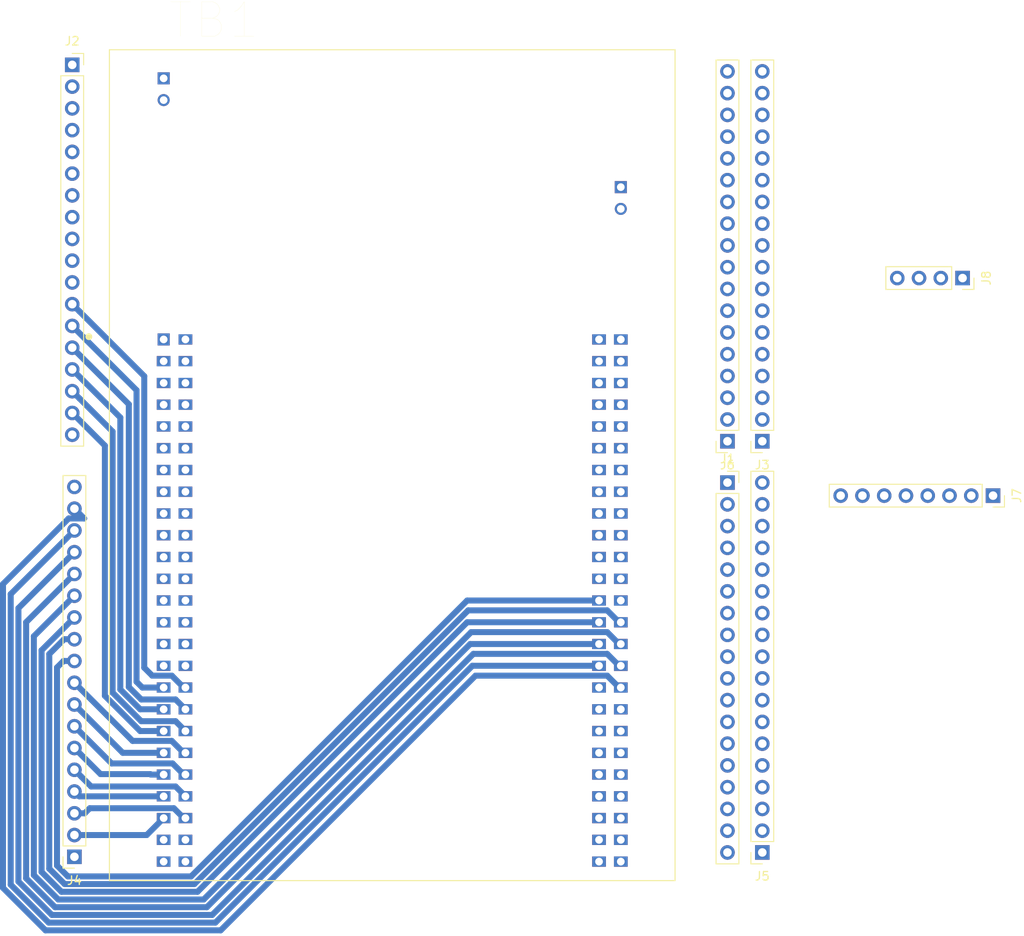
<source format=kicad_pcb>
(kicad_pcb (version 20171130) (host pcbnew "(5.1.2)-2")

  (general
    (thickness 1.6)
    (drawings 0)
    (tracks 117)
    (zones 0)
    (modules 9)
    (nets 97)
  )

  (page A4)
  (layers
    (0 F.Cu signal)
    (31 B.Cu signal)
    (32 B.Adhes user)
    (33 F.Adhes user)
    (34 B.Paste user)
    (35 F.Paste user)
    (36 B.SilkS user)
    (37 F.SilkS user)
    (38 B.Mask user)
    (39 F.Mask user)
    (40 Dwgs.User user)
    (41 Cmts.User user)
    (42 Eco1.User user)
    (43 Eco2.User user)
    (44 Edge.Cuts user)
    (45 Margin user)
    (46 B.CrtYd user)
    (47 F.CrtYd user)
    (48 B.Fab user)
    (49 F.Fab user)
  )

  (setup
    (last_trace_width 0.7)
    (user_trace_width 0.7)
    (trace_clearance 0.2)
    (zone_clearance 0.508)
    (zone_45_only no)
    (trace_min 0.2)
    (via_size 0.8)
    (via_drill 0.4)
    (via_min_size 0.4)
    (via_min_drill 0.3)
    (uvia_size 0.3)
    (uvia_drill 0.1)
    (uvias_allowed no)
    (uvia_min_size 0.2)
    (uvia_min_drill 0.1)
    (edge_width 0.05)
    (segment_width 0.2)
    (pcb_text_width 0.3)
    (pcb_text_size 1.5 1.5)
    (mod_edge_width 0.12)
    (mod_text_size 1 1)
    (mod_text_width 0.15)
    (pad_size 1.6 1.2)
    (pad_drill 0.9)
    (pad_to_mask_clearance 0.051)
    (solder_mask_min_width 0.25)
    (aux_axis_origin 0 0)
    (visible_elements FFFFEF7F)
    (pcbplotparams
      (layerselection 0x010fc_ffffffff)
      (usegerberextensions false)
      (usegerberattributes false)
      (usegerberadvancedattributes false)
      (creategerberjobfile false)
      (excludeedgelayer true)
      (linewidth 0.100000)
      (plotframeref false)
      (viasonmask false)
      (mode 1)
      (useauxorigin false)
      (hpglpennumber 1)
      (hpglpenspeed 20)
      (hpglpendiameter 15.000000)
      (psnegative false)
      (psa4output false)
      (plotreference true)
      (plotvalue true)
      (plotinvisibletext false)
      (padsonsilk false)
      (subtractmaskfromsilk false)
      (outputformat 1)
      (mirror false)
      (drillshape 1)
      (scaleselection 1)
      (outputdirectory ""))
  )

  (net 0 "")
  (net 1 GND)
  (net 2 /SCL)
  (net 3 /SDA)
  (net 4 /INT)
  (net 5 "Net-(J1-Pad14)")
  (net 6 "Net-(J1-Pad13)")
  (net 7 "Net-(J1-Pad12)")
  (net 8 "Net-(J1-Pad11)")
  (net 9 "Net-(J1-Pad10)")
  (net 10 "Net-(J1-Pad9)")
  (net 11 "Net-(J1-Pad8)")
  (net 12 "Net-(J1-Pad7)")
  (net 13 "Net-(J1-Pad6)")
  (net 14 "Net-(J1-Pad5)")
  (net 15 "Net-(J1-Pad4)")
  (net 16 "Net-(J1-Pad3)")
  (net 17 "Net-(J1-Pad2)")
  (net 18 +5V)
  (net 19 "Net-(J2-Pad2)")
  (net 20 "Net-(J2-Pad3)")
  (net 21 "Net-(J2-Pad4)")
  (net 22 "Net-(J2-Pad5)")
  (net 23 "Net-(J2-Pad6)")
  (net 24 "Net-(J2-Pad7)")
  (net 25 "Net-(J2-Pad8)")
  (net 26 "Net-(J2-Pad9)")
  (net 27 "Net-(J2-Pad10)")
  (net 28 "Net-(J2-Pad11)")
  (net 29 "Net-(J2-Pad12)")
  (net 30 "Net-(J2-Pad13)")
  (net 31 "Net-(J2-Pad14)")
  (net 32 "Net-(J2-Pad15)")
  (net 33 "Net-(J2-Pad16)")
  (net 34 "Net-(J2-Pad17)")
  (net 35 "Net-(J3-Pad17)")
  (net 36 "Net-(J3-Pad16)")
  (net 37 "Net-(J3-Pad15)")
  (net 38 "Net-(J3-Pad14)")
  (net 39 "Net-(J3-Pad13)")
  (net 40 "Net-(J3-Pad12)")
  (net 41 "Net-(J3-Pad11)")
  (net 42 "Net-(J3-Pad10)")
  (net 43 "Net-(J3-Pad9)")
  (net 44 "Net-(J3-Pad8)")
  (net 45 "Net-(J3-Pad7)")
  (net 46 "Net-(J3-Pad6)")
  (net 47 "Net-(J3-Pad5)")
  (net 48 "Net-(J3-Pad4)")
  (net 49 "Net-(J3-Pad3)")
  (net 50 "Net-(J3-Pad2)")
  (net 51 "Net-(J4-Pad2)")
  (net 52 "Net-(J4-Pad3)")
  (net 53 "Net-(J4-Pad4)")
  (net 54 "Net-(J4-Pad5)")
  (net 55 "Net-(J4-Pad6)")
  (net 56 "Net-(J4-Pad7)")
  (net 57 "Net-(J4-Pad8)")
  (net 58 "Net-(J4-Pad9)")
  (net 59 "Net-(J4-Pad10)")
  (net 60 "Net-(J4-Pad11)")
  (net 61 "Net-(J4-Pad12)")
  (net 62 "Net-(J4-Pad13)")
  (net 63 "Net-(J4-Pad14)")
  (net 64 "Net-(J4-Pad15)")
  (net 65 "Net-(J4-Pad16)")
  (net 66 "Net-(J4-Pad17)")
  (net 67 +3V3)
  (net 68 "Net-(J5-Pad8)")
  (net 69 "Net-(J5-Pad7)")
  (net 70 "Net-(J5-Pad6)")
  (net 71 "Net-(J5-Pad5)")
  (net 72 "Net-(J5-Pad4)")
  (net 73 "Net-(J5-Pad3)")
  (net 74 "Net-(J5-Pad2)")
  (net 75 "Net-(J6-Pad2)")
  (net 76 "Net-(J6-Pad3)")
  (net 77 "Net-(J6-Pad4)")
  (net 78 "Net-(J6-Pad5)")
  (net 79 "Net-(J6-Pad6)")
  (net 80 "Net-(J6-Pad7)")
  (net 81 "Net-(J6-Pad8)")
  (net 82 "Net-(J6-Pad9)")
  (net 83 "Net-(J6-Pad10)")
  (net 84 "Net-(J6-Pad11)")
  (net 85 "Net-(J6-Pad12)")
  (net 86 "Net-(J6-Pad13)")
  (net 87 "Net-(J6-Pad14)")
  (net 88 "Net-(J6-Pad15)")
  (net 89 "Net-(J6-Pad16)")
  (net 90 "Net-(J6-Pad17)")
  (net 91 "Net-(J7-Pad5)")
  (net 92 "Net-(J7-Pad6)")
  (net 93 "Net-(J7-Pad7)")
  (net 94 "Net-(TB1-Pad4)")
  (net 95 "Net-(TB1-Pad69)")
  (net 96 "Net-(TB1-Pad70)")

  (net_class Default "This is the default net class."
    (clearance 0.2)
    (trace_width 0.25)
    (via_dia 0.8)
    (via_drill 0.4)
    (uvia_dia 0.3)
    (uvia_drill 0.1)
    (add_net +3V3)
    (add_net +5V)
    (add_net /INT)
    (add_net /SCL)
    (add_net /SDA)
    (add_net GND)
    (add_net "Net-(J1-Pad10)")
    (add_net "Net-(J1-Pad11)")
    (add_net "Net-(J1-Pad12)")
    (add_net "Net-(J1-Pad13)")
    (add_net "Net-(J1-Pad14)")
    (add_net "Net-(J1-Pad2)")
    (add_net "Net-(J1-Pad3)")
    (add_net "Net-(J1-Pad4)")
    (add_net "Net-(J1-Pad5)")
    (add_net "Net-(J1-Pad6)")
    (add_net "Net-(J1-Pad7)")
    (add_net "Net-(J1-Pad8)")
    (add_net "Net-(J1-Pad9)")
    (add_net "Net-(J2-Pad10)")
    (add_net "Net-(J2-Pad11)")
    (add_net "Net-(J2-Pad12)")
    (add_net "Net-(J2-Pad13)")
    (add_net "Net-(J2-Pad14)")
    (add_net "Net-(J2-Pad15)")
    (add_net "Net-(J2-Pad16)")
    (add_net "Net-(J2-Pad17)")
    (add_net "Net-(J2-Pad2)")
    (add_net "Net-(J2-Pad3)")
    (add_net "Net-(J2-Pad4)")
    (add_net "Net-(J2-Pad5)")
    (add_net "Net-(J2-Pad6)")
    (add_net "Net-(J2-Pad7)")
    (add_net "Net-(J2-Pad8)")
    (add_net "Net-(J2-Pad9)")
    (add_net "Net-(J3-Pad10)")
    (add_net "Net-(J3-Pad11)")
    (add_net "Net-(J3-Pad12)")
    (add_net "Net-(J3-Pad13)")
    (add_net "Net-(J3-Pad14)")
    (add_net "Net-(J3-Pad15)")
    (add_net "Net-(J3-Pad16)")
    (add_net "Net-(J3-Pad17)")
    (add_net "Net-(J3-Pad2)")
    (add_net "Net-(J3-Pad3)")
    (add_net "Net-(J3-Pad4)")
    (add_net "Net-(J3-Pad5)")
    (add_net "Net-(J3-Pad6)")
    (add_net "Net-(J3-Pad7)")
    (add_net "Net-(J3-Pad8)")
    (add_net "Net-(J3-Pad9)")
    (add_net "Net-(J4-Pad10)")
    (add_net "Net-(J4-Pad11)")
    (add_net "Net-(J4-Pad12)")
    (add_net "Net-(J4-Pad13)")
    (add_net "Net-(J4-Pad14)")
    (add_net "Net-(J4-Pad15)")
    (add_net "Net-(J4-Pad16)")
    (add_net "Net-(J4-Pad17)")
    (add_net "Net-(J4-Pad2)")
    (add_net "Net-(J4-Pad3)")
    (add_net "Net-(J4-Pad4)")
    (add_net "Net-(J4-Pad5)")
    (add_net "Net-(J4-Pad6)")
    (add_net "Net-(J4-Pad7)")
    (add_net "Net-(J4-Pad8)")
    (add_net "Net-(J4-Pad9)")
    (add_net "Net-(J5-Pad2)")
    (add_net "Net-(J5-Pad3)")
    (add_net "Net-(J5-Pad4)")
    (add_net "Net-(J5-Pad5)")
    (add_net "Net-(J5-Pad6)")
    (add_net "Net-(J5-Pad7)")
    (add_net "Net-(J5-Pad8)")
    (add_net "Net-(J6-Pad10)")
    (add_net "Net-(J6-Pad11)")
    (add_net "Net-(J6-Pad12)")
    (add_net "Net-(J6-Pad13)")
    (add_net "Net-(J6-Pad14)")
    (add_net "Net-(J6-Pad15)")
    (add_net "Net-(J6-Pad16)")
    (add_net "Net-(J6-Pad17)")
    (add_net "Net-(J6-Pad2)")
    (add_net "Net-(J6-Pad3)")
    (add_net "Net-(J6-Pad4)")
    (add_net "Net-(J6-Pad5)")
    (add_net "Net-(J6-Pad6)")
    (add_net "Net-(J6-Pad7)")
    (add_net "Net-(J6-Pad8)")
    (add_net "Net-(J6-Pad9)")
    (add_net "Net-(J7-Pad5)")
    (add_net "Net-(J7-Pad6)")
    (add_net "Net-(J7-Pad7)")
    (add_net "Net-(TB1-Pad4)")
    (add_net "Net-(TB1-Pad69)")
    (add_net "Net-(TB1-Pad70)")
  )

  (module Connector_PinSocket_2.54mm:PinSocket_1x18_P2.54mm_Vertical (layer F.Cu) (tedit 5A19A434) (tstamp 5E538BB1)
    (at 128.016 111.252)
    (descr "Through hole straight socket strip, 1x18, 2.54mm pitch, single row (from Kicad 4.0.7), script generated")
    (tags "Through hole socket strip THT 1x18 2.54mm single row")
    (path /5E5952CB)
    (fp_text reference J1 (at 0 -2.77) (layer F.SilkS)
      (effects (font (size 1 1) (thickness 0.15)))
    )
    (fp_text value PA (at 0 45.95) (layer F.Fab)
      (effects (font (size 1 1) (thickness 0.15)))
    )
    (fp_text user %R (at 0 21.59 90) (layer F.Fab)
      (effects (font (size 1 1) (thickness 0.15)))
    )
    (fp_line (start -1.8 44.95) (end -1.8 -1.8) (layer F.CrtYd) (width 0.05))
    (fp_line (start 1.75 44.95) (end -1.8 44.95) (layer F.CrtYd) (width 0.05))
    (fp_line (start 1.75 -1.8) (end 1.75 44.95) (layer F.CrtYd) (width 0.05))
    (fp_line (start -1.8 -1.8) (end 1.75 -1.8) (layer F.CrtYd) (width 0.05))
    (fp_line (start 0 -1.33) (end 1.33 -1.33) (layer F.SilkS) (width 0.12))
    (fp_line (start 1.33 -1.33) (end 1.33 0) (layer F.SilkS) (width 0.12))
    (fp_line (start 1.33 1.27) (end 1.33 44.51) (layer F.SilkS) (width 0.12))
    (fp_line (start -1.33 44.51) (end 1.33 44.51) (layer F.SilkS) (width 0.12))
    (fp_line (start -1.33 1.27) (end -1.33 44.51) (layer F.SilkS) (width 0.12))
    (fp_line (start -1.33 1.27) (end 1.33 1.27) (layer F.SilkS) (width 0.12))
    (fp_line (start -1.27 44.45) (end -1.27 -1.27) (layer F.Fab) (width 0.1))
    (fp_line (start 1.27 44.45) (end -1.27 44.45) (layer F.Fab) (width 0.1))
    (fp_line (start 1.27 -0.635) (end 1.27 44.45) (layer F.Fab) (width 0.1))
    (fp_line (start 0.635 -1.27) (end 1.27 -0.635) (layer F.Fab) (width 0.1))
    (fp_line (start -1.27 -1.27) (end 0.635 -1.27) (layer F.Fab) (width 0.1))
    (pad 18 thru_hole oval (at 0 43.18) (size 1.7 1.7) (drill 1) (layers *.Cu *.Mask)
      (net 1 GND))
    (pad 17 thru_hole oval (at 0 40.64) (size 1.7 1.7) (drill 1) (layers *.Cu *.Mask)
      (net 2 /SCL))
    (pad 16 thru_hole oval (at 0 38.1) (size 1.7 1.7) (drill 1) (layers *.Cu *.Mask)
      (net 3 /SDA))
    (pad 15 thru_hole oval (at 0 35.56) (size 1.7 1.7) (drill 1) (layers *.Cu *.Mask)
      (net 4 /INT))
    (pad 14 thru_hole oval (at 0 33.02) (size 1.7 1.7) (drill 1) (layers *.Cu *.Mask)
      (net 5 "Net-(J1-Pad14)"))
    (pad 13 thru_hole oval (at 0 30.48) (size 1.7 1.7) (drill 1) (layers *.Cu *.Mask)
      (net 6 "Net-(J1-Pad13)"))
    (pad 12 thru_hole oval (at 0 27.94) (size 1.7 1.7) (drill 1) (layers *.Cu *.Mask)
      (net 7 "Net-(J1-Pad12)"))
    (pad 11 thru_hole oval (at 0 25.4) (size 1.7 1.7) (drill 1) (layers *.Cu *.Mask)
      (net 8 "Net-(J1-Pad11)"))
    (pad 10 thru_hole oval (at 0 22.86) (size 1.7 1.7) (drill 1) (layers *.Cu *.Mask)
      (net 9 "Net-(J1-Pad10)"))
    (pad 9 thru_hole oval (at 0 20.32) (size 1.7 1.7) (drill 1) (layers *.Cu *.Mask)
      (net 10 "Net-(J1-Pad9)"))
    (pad 8 thru_hole oval (at 0 17.78) (size 1.7 1.7) (drill 1) (layers *.Cu *.Mask)
      (net 11 "Net-(J1-Pad8)"))
    (pad 7 thru_hole oval (at 0 15.24) (size 1.7 1.7) (drill 1) (layers *.Cu *.Mask)
      (net 12 "Net-(J1-Pad7)"))
    (pad 6 thru_hole oval (at 0 12.7) (size 1.7 1.7) (drill 1) (layers *.Cu *.Mask)
      (net 13 "Net-(J1-Pad6)"))
    (pad 5 thru_hole oval (at 0 10.16) (size 1.7 1.7) (drill 1) (layers *.Cu *.Mask)
      (net 14 "Net-(J1-Pad5)"))
    (pad 4 thru_hole oval (at 0 7.62) (size 1.7 1.7) (drill 1) (layers *.Cu *.Mask)
      (net 15 "Net-(J1-Pad4)"))
    (pad 3 thru_hole oval (at 0 5.08) (size 1.7 1.7) (drill 1) (layers *.Cu *.Mask)
      (net 16 "Net-(J1-Pad3)"))
    (pad 2 thru_hole oval (at 0 2.54) (size 1.7 1.7) (drill 1) (layers *.Cu *.Mask)
      (net 17 "Net-(J1-Pad2)"))
    (pad 1 thru_hole rect (at 0 0) (size 1.7 1.7) (drill 1) (layers *.Cu *.Mask)
      (net 18 +5V))
    (model ${KISYS3DMOD}/Connector_PinSocket_2.54mm.3dshapes/PinSocket_1x18_P2.54mm_Vertical.wrl
      (at (xyz 0 0 0))
      (scale (xyz 1 1 1))
      (rotate (xyz 0 0 0))
    )
  )

  (module Connector_PinSocket_2.54mm:PinSocket_1x18_P2.54mm_Vertical (layer F.Cu) (tedit 5A19A434) (tstamp 5E538BD7)
    (at 51.562 62.484)
    (descr "Through hole straight socket strip, 1x18, 2.54mm pitch, single row (from Kicad 4.0.7), script generated")
    (tags "Through hole socket strip THT 1x18 2.54mm single row")
    (path /5E57B7A8)
    (fp_text reference J2 (at 0 -2.77) (layer F.SilkS)
      (effects (font (size 1 1) (thickness 0.15)))
    )
    (fp_text value PB (at 0 45.95) (layer F.Fab)
      (effects (font (size 1 1) (thickness 0.15)))
    )
    (fp_line (start -1.27 -1.27) (end 0.635 -1.27) (layer F.Fab) (width 0.1))
    (fp_line (start 0.635 -1.27) (end 1.27 -0.635) (layer F.Fab) (width 0.1))
    (fp_line (start 1.27 -0.635) (end 1.27 44.45) (layer F.Fab) (width 0.1))
    (fp_line (start 1.27 44.45) (end -1.27 44.45) (layer F.Fab) (width 0.1))
    (fp_line (start -1.27 44.45) (end -1.27 -1.27) (layer F.Fab) (width 0.1))
    (fp_line (start -1.33 1.27) (end 1.33 1.27) (layer F.SilkS) (width 0.12))
    (fp_line (start -1.33 1.27) (end -1.33 44.51) (layer F.SilkS) (width 0.12))
    (fp_line (start -1.33 44.51) (end 1.33 44.51) (layer F.SilkS) (width 0.12))
    (fp_line (start 1.33 1.27) (end 1.33 44.51) (layer F.SilkS) (width 0.12))
    (fp_line (start 1.33 -1.33) (end 1.33 0) (layer F.SilkS) (width 0.12))
    (fp_line (start 0 -1.33) (end 1.33 -1.33) (layer F.SilkS) (width 0.12))
    (fp_line (start -1.8 -1.8) (end 1.75 -1.8) (layer F.CrtYd) (width 0.05))
    (fp_line (start 1.75 -1.8) (end 1.75 44.95) (layer F.CrtYd) (width 0.05))
    (fp_line (start 1.75 44.95) (end -1.8 44.95) (layer F.CrtYd) (width 0.05))
    (fp_line (start -1.8 44.95) (end -1.8 -1.8) (layer F.CrtYd) (width 0.05))
    (fp_text user %R (at 4.572 6.858 90) (layer F.Fab)
      (effects (font (size 1 1) (thickness 0.15)))
    )
    (pad 1 thru_hole rect (at 0 0) (size 1.7 1.7) (drill 1) (layers *.Cu *.Mask)
      (net 18 +5V))
    (pad 2 thru_hole oval (at 0 2.54) (size 1.7 1.7) (drill 1) (layers *.Cu *.Mask)
      (net 19 "Net-(J2-Pad2)"))
    (pad 3 thru_hole oval (at 0 5.08) (size 1.7 1.7) (drill 1) (layers *.Cu *.Mask)
      (net 20 "Net-(J2-Pad3)"))
    (pad 4 thru_hole oval (at 0 7.62) (size 1.7 1.7) (drill 1) (layers *.Cu *.Mask)
      (net 21 "Net-(J2-Pad4)"))
    (pad 5 thru_hole oval (at 0 10.16) (size 1.7 1.7) (drill 1) (layers *.Cu *.Mask)
      (net 22 "Net-(J2-Pad5)"))
    (pad 6 thru_hole oval (at 0 12.7) (size 1.7 1.7) (drill 1) (layers *.Cu *.Mask)
      (net 23 "Net-(J2-Pad6)"))
    (pad 7 thru_hole oval (at 0 15.24) (size 1.7 1.7) (drill 1) (layers *.Cu *.Mask)
      (net 24 "Net-(J2-Pad7)"))
    (pad 8 thru_hole oval (at 0 17.78) (size 1.7 1.7) (drill 1) (layers *.Cu *.Mask)
      (net 25 "Net-(J2-Pad8)"))
    (pad 9 thru_hole oval (at 0 20.32) (size 1.7 1.7) (drill 1) (layers *.Cu *.Mask)
      (net 26 "Net-(J2-Pad9)"))
    (pad 10 thru_hole oval (at 0 22.86) (size 1.7 1.7) (drill 1) (layers *.Cu *.Mask)
      (net 27 "Net-(J2-Pad10)"))
    (pad 11 thru_hole oval (at 0 25.4) (size 1.7 1.7) (drill 1) (layers *.Cu *.Mask)
      (net 28 "Net-(J2-Pad11)"))
    (pad 12 thru_hole oval (at 0 27.94) (size 1.7 1.7) (drill 1) (layers *.Cu *.Mask)
      (net 29 "Net-(J2-Pad12)"))
    (pad 13 thru_hole oval (at 0 30.48) (size 1.7 1.7) (drill 1) (layers *.Cu *.Mask)
      (net 30 "Net-(J2-Pad13)"))
    (pad 14 thru_hole oval (at 0 33.02) (size 1.7 1.7) (drill 1) (layers *.Cu *.Mask)
      (net 31 "Net-(J2-Pad14)"))
    (pad 15 thru_hole oval (at 0 35.56) (size 1.7 1.7) (drill 1) (layers *.Cu *.Mask)
      (net 32 "Net-(J2-Pad15)"))
    (pad 16 thru_hole oval (at 0 38.1) (size 1.7 1.7) (drill 1) (layers *.Cu *.Mask)
      (net 33 "Net-(J2-Pad16)"))
    (pad 17 thru_hole oval (at 0 40.64) (size 1.7 1.7) (drill 1) (layers *.Cu *.Mask)
      (net 34 "Net-(J2-Pad17)"))
    (pad 18 thru_hole oval (at 0 43.18) (size 1.7 1.7) (drill 1) (layers *.Cu *.Mask)
      (net 1 GND))
    (model ${KISYS3DMOD}/Connector_PinSocket_2.54mm.3dshapes/PinSocket_1x18_P2.54mm_Vertical.wrl
      (at (xyz 0 0 0))
      (scale (xyz 1 1 1))
      (rotate (xyz 0 0 0))
    )
  )

  (module Connector_PinSocket_2.54mm:PinSocket_1x18_P2.54mm_Vertical (layer F.Cu) (tedit 5A19A434) (tstamp 5E538BFD)
    (at 132.08 106.426 180)
    (descr "Through hole straight socket strip, 1x18, 2.54mm pitch, single row (from Kicad 4.0.7), script generated")
    (tags "Through hole socket strip THT 1x18 2.54mm single row")
    (path /5E568324)
    (fp_text reference J3 (at 0 -2.77) (layer F.SilkS)
      (effects (font (size 1 1) (thickness 0.15)))
    )
    (fp_text value PC (at 0 45.95) (layer F.Fab)
      (effects (font (size 1 1) (thickness 0.15)))
    )
    (fp_text user %R (at 0 21.59 90) (layer F.Fab)
      (effects (font (size 1 1) (thickness 0.15)))
    )
    (fp_line (start -1.8 44.95) (end -1.8 -1.8) (layer F.CrtYd) (width 0.05))
    (fp_line (start 1.75 44.95) (end -1.8 44.95) (layer F.CrtYd) (width 0.05))
    (fp_line (start 1.75 -1.8) (end 1.75 44.95) (layer F.CrtYd) (width 0.05))
    (fp_line (start -1.8 -1.8) (end 1.75 -1.8) (layer F.CrtYd) (width 0.05))
    (fp_line (start 0 -1.33) (end 1.33 -1.33) (layer F.SilkS) (width 0.12))
    (fp_line (start 1.33 -1.33) (end 1.33 0) (layer F.SilkS) (width 0.12))
    (fp_line (start 1.33 1.27) (end 1.33 44.51) (layer F.SilkS) (width 0.12))
    (fp_line (start -1.33 44.51) (end 1.33 44.51) (layer F.SilkS) (width 0.12))
    (fp_line (start -1.33 1.27) (end -1.33 44.51) (layer F.SilkS) (width 0.12))
    (fp_line (start -1.33 1.27) (end 1.33 1.27) (layer F.SilkS) (width 0.12))
    (fp_line (start -1.27 44.45) (end -1.27 -1.27) (layer F.Fab) (width 0.1))
    (fp_line (start 1.27 44.45) (end -1.27 44.45) (layer F.Fab) (width 0.1))
    (fp_line (start 1.27 -0.635) (end 1.27 44.45) (layer F.Fab) (width 0.1))
    (fp_line (start 0.635 -1.27) (end 1.27 -0.635) (layer F.Fab) (width 0.1))
    (fp_line (start -1.27 -1.27) (end 0.635 -1.27) (layer F.Fab) (width 0.1))
    (pad 18 thru_hole oval (at 0 43.18 180) (size 1.7 1.7) (drill 1) (layers *.Cu *.Mask)
      (net 18 +5V))
    (pad 17 thru_hole oval (at 0 40.64 180) (size 1.7 1.7) (drill 1) (layers *.Cu *.Mask)
      (net 35 "Net-(J3-Pad17)"))
    (pad 16 thru_hole oval (at 0 38.1 180) (size 1.7 1.7) (drill 1) (layers *.Cu *.Mask)
      (net 36 "Net-(J3-Pad16)"))
    (pad 15 thru_hole oval (at 0 35.56 180) (size 1.7 1.7) (drill 1) (layers *.Cu *.Mask)
      (net 37 "Net-(J3-Pad15)"))
    (pad 14 thru_hole oval (at 0 33.02 180) (size 1.7 1.7) (drill 1) (layers *.Cu *.Mask)
      (net 38 "Net-(J3-Pad14)"))
    (pad 13 thru_hole oval (at 0 30.48 180) (size 1.7 1.7) (drill 1) (layers *.Cu *.Mask)
      (net 39 "Net-(J3-Pad13)"))
    (pad 12 thru_hole oval (at 0 27.94 180) (size 1.7 1.7) (drill 1) (layers *.Cu *.Mask)
      (net 40 "Net-(J3-Pad12)"))
    (pad 11 thru_hole oval (at 0 25.4 180) (size 1.7 1.7) (drill 1) (layers *.Cu *.Mask)
      (net 41 "Net-(J3-Pad11)"))
    (pad 10 thru_hole oval (at 0 22.86 180) (size 1.7 1.7) (drill 1) (layers *.Cu *.Mask)
      (net 42 "Net-(J3-Pad10)"))
    (pad 9 thru_hole oval (at 0 20.32 180) (size 1.7 1.7) (drill 1) (layers *.Cu *.Mask)
      (net 43 "Net-(J3-Pad9)"))
    (pad 8 thru_hole oval (at 0 17.78 180) (size 1.7 1.7) (drill 1) (layers *.Cu *.Mask)
      (net 44 "Net-(J3-Pad8)"))
    (pad 7 thru_hole oval (at 0 15.24 180) (size 1.7 1.7) (drill 1) (layers *.Cu *.Mask)
      (net 45 "Net-(J3-Pad7)"))
    (pad 6 thru_hole oval (at 0 12.7 180) (size 1.7 1.7) (drill 1) (layers *.Cu *.Mask)
      (net 46 "Net-(J3-Pad6)"))
    (pad 5 thru_hole oval (at 0 10.16 180) (size 1.7 1.7) (drill 1) (layers *.Cu *.Mask)
      (net 47 "Net-(J3-Pad5)"))
    (pad 4 thru_hole oval (at 0 7.62 180) (size 1.7 1.7) (drill 1) (layers *.Cu *.Mask)
      (net 48 "Net-(J3-Pad4)"))
    (pad 3 thru_hole oval (at 0 5.08 180) (size 1.7 1.7) (drill 1) (layers *.Cu *.Mask)
      (net 49 "Net-(J3-Pad3)"))
    (pad 2 thru_hole oval (at 0 2.54 180) (size 1.7 1.7) (drill 1) (layers *.Cu *.Mask)
      (net 50 "Net-(J3-Pad2)"))
    (pad 1 thru_hole rect (at 0 0 180) (size 1.7 1.7) (drill 1) (layers *.Cu *.Mask)
      (net 1 GND))
    (model ${KISYS3DMOD}/Connector_PinSocket_2.54mm.3dshapes/PinSocket_1x18_P2.54mm_Vertical.wrl
      (at (xyz 0 0 0))
      (scale (xyz 1 1 1))
      (rotate (xyz 0 0 0))
    )
  )

  (module Connector_PinSocket_2.54mm:PinSocket_1x18_P2.54mm_Vertical (layer F.Cu) (tedit 5A19A434) (tstamp 5E538C23)
    (at 51.816 154.94 180)
    (descr "Through hole straight socket strip, 1x18, 2.54mm pitch, single row (from Kicad 4.0.7), script generated")
    (tags "Through hole socket strip THT 1x18 2.54mm single row")
    (path /5E5BAE38)
    (fp_text reference J4 (at 0 -2.77) (layer F.SilkS)
      (effects (font (size 1 1) (thickness 0.15)))
    )
    (fp_text value PD (at 0 45.95) (layer F.Fab)
      (effects (font (size 1 1) (thickness 0.15)))
    )
    (fp_line (start -1.27 -1.27) (end 0.635 -1.27) (layer F.Fab) (width 0.1))
    (fp_line (start 0.635 -1.27) (end 1.27 -0.635) (layer F.Fab) (width 0.1))
    (fp_line (start 1.27 -0.635) (end 1.27 44.45) (layer F.Fab) (width 0.1))
    (fp_line (start 1.27 44.45) (end -1.27 44.45) (layer F.Fab) (width 0.1))
    (fp_line (start -1.27 44.45) (end -1.27 -1.27) (layer F.Fab) (width 0.1))
    (fp_line (start -1.33 1.27) (end 1.33 1.27) (layer F.SilkS) (width 0.12))
    (fp_line (start -1.33 1.27) (end -1.33 44.51) (layer F.SilkS) (width 0.12))
    (fp_line (start -1.33 44.51) (end 1.33 44.51) (layer F.SilkS) (width 0.12))
    (fp_line (start 1.33 1.27) (end 1.33 44.51) (layer F.SilkS) (width 0.12))
    (fp_line (start 1.33 -1.33) (end 1.33 0) (layer F.SilkS) (width 0.12))
    (fp_line (start 0 -1.33) (end 1.33 -1.33) (layer F.SilkS) (width 0.12))
    (fp_line (start -1.8 -1.8) (end 1.75 -1.8) (layer F.CrtYd) (width 0.05))
    (fp_line (start 1.75 -1.8) (end 1.75 44.95) (layer F.CrtYd) (width 0.05))
    (fp_line (start 1.75 44.95) (end -1.8 44.95) (layer F.CrtYd) (width 0.05))
    (fp_line (start -1.8 44.95) (end -1.8 -1.8) (layer F.CrtYd) (width 0.05))
    (fp_text user %R (at 0 21.59 90) (layer F.Fab)
      (effects (font (size 1 1) (thickness 0.15)))
    )
    (pad 1 thru_hole rect (at 0 0 180) (size 1.7 1.7) (drill 1) (layers *.Cu *.Mask)
      (net 1 GND))
    (pad 2 thru_hole oval (at 0 2.54 180) (size 1.7 1.7) (drill 1) (layers *.Cu *.Mask)
      (net 51 "Net-(J4-Pad2)"))
    (pad 3 thru_hole oval (at 0 5.08 180) (size 1.7 1.7) (drill 1) (layers *.Cu *.Mask)
      (net 52 "Net-(J4-Pad3)"))
    (pad 4 thru_hole oval (at 0 7.62 180) (size 1.7 1.7) (drill 1) (layers *.Cu *.Mask)
      (net 53 "Net-(J4-Pad4)"))
    (pad 5 thru_hole oval (at 0 10.16 180) (size 1.7 1.7) (drill 1) (layers *.Cu *.Mask)
      (net 54 "Net-(J4-Pad5)"))
    (pad 6 thru_hole oval (at 0 12.7 180) (size 1.7 1.7) (drill 1) (layers *.Cu *.Mask)
      (net 55 "Net-(J4-Pad6)"))
    (pad 7 thru_hole oval (at 0 15.24 180) (size 1.7 1.7) (drill 1) (layers *.Cu *.Mask)
      (net 56 "Net-(J4-Pad7)"))
    (pad 8 thru_hole oval (at 0 17.78 180) (size 1.7 1.7) (drill 1) (layers *.Cu *.Mask)
      (net 57 "Net-(J4-Pad8)"))
    (pad 9 thru_hole oval (at 0 20.32 180) (size 1.7 1.7) (drill 1) (layers *.Cu *.Mask)
      (net 58 "Net-(J4-Pad9)"))
    (pad 10 thru_hole oval (at 0 22.86 180) (size 1.7 1.7) (drill 1) (layers *.Cu *.Mask)
      (net 59 "Net-(J4-Pad10)"))
    (pad 11 thru_hole oval (at 0 25.4 180) (size 1.7 1.7) (drill 1) (layers *.Cu *.Mask)
      (net 60 "Net-(J4-Pad11)"))
    (pad 12 thru_hole oval (at 0 27.94 180) (size 1.7 1.7) (drill 1) (layers *.Cu *.Mask)
      (net 61 "Net-(J4-Pad12)"))
    (pad 13 thru_hole oval (at 0 30.48 180) (size 1.7 1.7) (drill 1) (layers *.Cu *.Mask)
      (net 62 "Net-(J4-Pad13)"))
    (pad 14 thru_hole oval (at 0 33.02 180) (size 1.7 1.7) (drill 1) (layers *.Cu *.Mask)
      (net 63 "Net-(J4-Pad14)"))
    (pad 15 thru_hole oval (at 0 35.56 180) (size 1.7 1.7) (drill 1) (layers *.Cu *.Mask)
      (net 64 "Net-(J4-Pad15)"))
    (pad 16 thru_hole oval (at 0 38.1 180) (size 1.7 1.7) (drill 1) (layers *.Cu *.Mask)
      (net 65 "Net-(J4-Pad16)"))
    (pad 17 thru_hole oval (at 0 40.64 180) (size 1.7 1.7) (drill 1) (layers *.Cu *.Mask)
      (net 66 "Net-(J4-Pad17)"))
    (pad 18 thru_hole oval (at 0 43.18 180) (size 1.7 1.7) (drill 1) (layers *.Cu *.Mask)
      (net 67 +3V3))
    (model ${KISYS3DMOD}/Connector_PinSocket_2.54mm.3dshapes/PinSocket_1x18_P2.54mm_Vertical.wrl
      (at (xyz 0 0 0))
      (scale (xyz 1 1 1))
      (rotate (xyz 0 0 0))
    )
  )

  (module Connector_PinSocket_2.54mm:PinSocket_1x18_P2.54mm_Vertical (layer F.Cu) (tedit 5A19A434) (tstamp 5E538C49)
    (at 132.08 154.432 180)
    (descr "Through hole straight socket strip, 1x18, 2.54mm pitch, single row (from Kicad 4.0.7), script generated")
    (tags "Through hole socket strip THT 1x18 2.54mm single row")
    (path /5E5ED3B4)
    (fp_text reference J5 (at 0 -2.77) (layer F.SilkS)
      (effects (font (size 1 1) (thickness 0.15)))
    )
    (fp_text value PF (at 0 45.95) (layer F.Fab)
      (effects (font (size 1 1) (thickness 0.15)))
    )
    (fp_text user %R (at 0 21.59 90) (layer F.Fab)
      (effects (font (size 1 1) (thickness 0.15)))
    )
    (fp_line (start -1.8 44.95) (end -1.8 -1.8) (layer F.CrtYd) (width 0.05))
    (fp_line (start 1.75 44.95) (end -1.8 44.95) (layer F.CrtYd) (width 0.05))
    (fp_line (start 1.75 -1.8) (end 1.75 44.95) (layer F.CrtYd) (width 0.05))
    (fp_line (start -1.8 -1.8) (end 1.75 -1.8) (layer F.CrtYd) (width 0.05))
    (fp_line (start 0 -1.33) (end 1.33 -1.33) (layer F.SilkS) (width 0.12))
    (fp_line (start 1.33 -1.33) (end 1.33 0) (layer F.SilkS) (width 0.12))
    (fp_line (start 1.33 1.27) (end 1.33 44.51) (layer F.SilkS) (width 0.12))
    (fp_line (start -1.33 44.51) (end 1.33 44.51) (layer F.SilkS) (width 0.12))
    (fp_line (start -1.33 1.27) (end -1.33 44.51) (layer F.SilkS) (width 0.12))
    (fp_line (start -1.33 1.27) (end 1.33 1.27) (layer F.SilkS) (width 0.12))
    (fp_line (start -1.27 44.45) (end -1.27 -1.27) (layer F.Fab) (width 0.1))
    (fp_line (start 1.27 44.45) (end -1.27 44.45) (layer F.Fab) (width 0.1))
    (fp_line (start 1.27 -0.635) (end 1.27 44.45) (layer F.Fab) (width 0.1))
    (fp_line (start 0.635 -1.27) (end 1.27 -0.635) (layer F.Fab) (width 0.1))
    (fp_line (start -1.27 -1.27) (end 0.635 -1.27) (layer F.Fab) (width 0.1))
    (pad 18 thru_hole oval (at 0 43.18 180) (size 1.7 1.7) (drill 1) (layers *.Cu *.Mask))
    (pad 17 thru_hole oval (at 0 40.64 180) (size 1.7 1.7) (drill 1) (layers *.Cu *.Mask))
    (pad 16 thru_hole oval (at 0 38.1 180) (size 1.7 1.7) (drill 1) (layers *.Cu *.Mask))
    (pad 15 thru_hole oval (at 0 35.56 180) (size 1.7 1.7) (drill 1) (layers *.Cu *.Mask))
    (pad 14 thru_hole oval (at 0 33.02 180) (size 1.7 1.7) (drill 1) (layers *.Cu *.Mask))
    (pad 13 thru_hole oval (at 0 30.48 180) (size 1.7 1.7) (drill 1) (layers *.Cu *.Mask))
    (pad 12 thru_hole oval (at 0 27.94 180) (size 1.7 1.7) (drill 1) (layers *.Cu *.Mask))
    (pad 11 thru_hole oval (at 0 25.4 180) (size 1.7 1.7) (drill 1) (layers *.Cu *.Mask))
    (pad 10 thru_hole oval (at 0 22.86 180) (size 1.7 1.7) (drill 1) (layers *.Cu *.Mask))
    (pad 9 thru_hole oval (at 0 20.32 180) (size 1.7 1.7) (drill 1) (layers *.Cu *.Mask))
    (pad 8 thru_hole oval (at 0 17.78 180) (size 1.7 1.7) (drill 1) (layers *.Cu *.Mask)
      (net 68 "Net-(J5-Pad8)"))
    (pad 7 thru_hole oval (at 0 15.24 180) (size 1.7 1.7) (drill 1) (layers *.Cu *.Mask)
      (net 69 "Net-(J5-Pad7)"))
    (pad 6 thru_hole oval (at 0 12.7 180) (size 1.7 1.7) (drill 1) (layers *.Cu *.Mask)
      (net 70 "Net-(J5-Pad6)"))
    (pad 5 thru_hole oval (at 0 10.16 180) (size 1.7 1.7) (drill 1) (layers *.Cu *.Mask)
      (net 71 "Net-(J5-Pad5)"))
    (pad 4 thru_hole oval (at 0 7.62 180) (size 1.7 1.7) (drill 1) (layers *.Cu *.Mask)
      (net 72 "Net-(J5-Pad4)"))
    (pad 3 thru_hole oval (at 0 5.08 180) (size 1.7 1.7) (drill 1) (layers *.Cu *.Mask)
      (net 73 "Net-(J5-Pad3)"))
    (pad 2 thru_hole oval (at 0 2.54 180) (size 1.7 1.7) (drill 1) (layers *.Cu *.Mask)
      (net 74 "Net-(J5-Pad2)"))
    (pad 1 thru_hole rect (at 0 0 180) (size 1.7 1.7) (drill 1) (layers *.Cu *.Mask)
      (net 1 GND))
    (model ${KISYS3DMOD}/Connector_PinSocket_2.54mm.3dshapes/PinSocket_1x18_P2.54mm_Vertical.wrl
      (at (xyz 0 0 0))
      (scale (xyz 1 1 1))
      (rotate (xyz 0 0 0))
    )
  )

  (module Connector_PinSocket_2.54mm:PinSocket_1x18_P2.54mm_Vertical (layer F.Cu) (tedit 5A19A434) (tstamp 5E539BEC)
    (at 128.016 106.426 180)
    (descr "Through hole straight socket strip, 1x18, 2.54mm pitch, single row (from Kicad 4.0.7), script generated")
    (tags "Through hole socket strip THT 1x18 2.54mm single row")
    (path /5E55D9E3)
    (fp_text reference J6 (at 0 -2.77) (layer F.SilkS)
      (effects (font (size 1 1) (thickness 0.15)))
    )
    (fp_text value "PE " (at 0 45.95) (layer F.Fab)
      (effects (font (size 1 1) (thickness 0.15)))
    )
    (fp_line (start -1.27 -1.27) (end 0.635 -1.27) (layer F.Fab) (width 0.1))
    (fp_line (start 0.635 -1.27) (end 1.27 -0.635) (layer F.Fab) (width 0.1))
    (fp_line (start 1.27 -0.635) (end 1.27 44.45) (layer F.Fab) (width 0.1))
    (fp_line (start 1.27 44.45) (end -1.27 44.45) (layer F.Fab) (width 0.1))
    (fp_line (start -1.27 44.45) (end -1.27 -1.27) (layer F.Fab) (width 0.1))
    (fp_line (start -1.33 1.27) (end 1.33 1.27) (layer F.SilkS) (width 0.12))
    (fp_line (start -1.33 1.27) (end -1.33 44.51) (layer F.SilkS) (width 0.12))
    (fp_line (start -1.33 44.51) (end 1.33 44.51) (layer F.SilkS) (width 0.12))
    (fp_line (start 1.33 1.27) (end 1.33 44.51) (layer F.SilkS) (width 0.12))
    (fp_line (start 1.33 -1.33) (end 1.33 0) (layer F.SilkS) (width 0.12))
    (fp_line (start 0 -1.33) (end 1.33 -1.33) (layer F.SilkS) (width 0.12))
    (fp_line (start -1.8 -1.8) (end 1.75 -1.8) (layer F.CrtYd) (width 0.05))
    (fp_line (start 1.75 -1.8) (end 1.75 44.95) (layer F.CrtYd) (width 0.05))
    (fp_line (start 1.75 44.95) (end -1.8 44.95) (layer F.CrtYd) (width 0.05))
    (fp_line (start -1.8 44.95) (end -1.8 -1.8) (layer F.CrtYd) (width 0.05))
    (fp_text user %R (at 0 21.59 90) (layer F.Fab)
      (effects (font (size 1 1) (thickness 0.15)))
    )
    (pad 1 thru_hole rect (at 0 0 180) (size 1.7 1.7) (drill 1) (layers *.Cu *.Mask)
      (net 1 GND))
    (pad 2 thru_hole oval (at 0 2.54 180) (size 1.7 1.7) (drill 1) (layers *.Cu *.Mask)
      (net 75 "Net-(J6-Pad2)"))
    (pad 3 thru_hole oval (at 0 5.08 180) (size 1.7 1.7) (drill 1) (layers *.Cu *.Mask)
      (net 76 "Net-(J6-Pad3)"))
    (pad 4 thru_hole oval (at 0 7.62 180) (size 1.7 1.7) (drill 1) (layers *.Cu *.Mask)
      (net 77 "Net-(J6-Pad4)"))
    (pad 5 thru_hole oval (at 0 10.16 180) (size 1.7 1.7) (drill 1) (layers *.Cu *.Mask)
      (net 78 "Net-(J6-Pad5)"))
    (pad 6 thru_hole oval (at 0 12.7 180) (size 1.7 1.7) (drill 1) (layers *.Cu *.Mask)
      (net 79 "Net-(J6-Pad6)"))
    (pad 7 thru_hole oval (at 0 15.24 180) (size 1.7 1.7) (drill 1) (layers *.Cu *.Mask)
      (net 80 "Net-(J6-Pad7)"))
    (pad 8 thru_hole oval (at 0 17.78 180) (size 1.7 1.7) (drill 1) (layers *.Cu *.Mask)
      (net 81 "Net-(J6-Pad8)"))
    (pad 9 thru_hole oval (at 0 20.32 180) (size 1.7 1.7) (drill 1) (layers *.Cu *.Mask)
      (net 82 "Net-(J6-Pad9)"))
    (pad 10 thru_hole oval (at 0 22.86 180) (size 1.7 1.7) (drill 1) (layers *.Cu *.Mask)
      (net 83 "Net-(J6-Pad10)"))
    (pad 11 thru_hole oval (at 0 25.4 180) (size 1.7 1.7) (drill 1) (layers *.Cu *.Mask)
      (net 84 "Net-(J6-Pad11)"))
    (pad 12 thru_hole oval (at 0 27.94 180) (size 1.7 1.7) (drill 1) (layers *.Cu *.Mask)
      (net 85 "Net-(J6-Pad12)"))
    (pad 13 thru_hole oval (at 0 30.48 180) (size 1.7 1.7) (drill 1) (layers *.Cu *.Mask)
      (net 86 "Net-(J6-Pad13)"))
    (pad 14 thru_hole oval (at 0 33.02 180) (size 1.7 1.7) (drill 1) (layers *.Cu *.Mask)
      (net 87 "Net-(J6-Pad14)"))
    (pad 15 thru_hole oval (at 0 35.56 180) (size 1.7 1.7) (drill 1) (layers *.Cu *.Mask)
      (net 88 "Net-(J6-Pad15)"))
    (pad 16 thru_hole oval (at 0 38.1 180) (size 1.7 1.7) (drill 1) (layers *.Cu *.Mask)
      (net 89 "Net-(J6-Pad16)"))
    (pad 17 thru_hole oval (at 0 40.64 180) (size 1.7 1.7) (drill 1) (layers *.Cu *.Mask)
      (net 90 "Net-(J6-Pad17)"))
    (pad 18 thru_hole oval (at 0 43.18 180) (size 1.7 1.7) (drill 1) (layers *.Cu *.Mask)
      (net 18 +5V))
    (model ${KISYS3DMOD}/Connector_PinSocket_2.54mm.3dshapes/PinSocket_1x18_P2.54mm_Vertical.wrl
      (at (xyz 0 0 0))
      (scale (xyz 1 1 1))
      (rotate (xyz 0 0 0))
    )
  )

  (module Connector_PinSocket_2.54mm:PinSocket_1x08_P2.54mm_Vertical (layer F.Cu) (tedit 5A19A420) (tstamp 5E538C8B)
    (at 159.004 112.776 270)
    (descr "Through hole straight socket strip, 1x08, 2.54mm pitch, single row (from Kicad 4.0.7), script generated")
    (tags "Through hole socket strip THT 1x08 2.54mm single row")
    (path /5E614D69)
    (fp_text reference J7 (at 0 -2.77 90) (layer F.SilkS)
      (effects (font (size 1 1) (thickness 0.15)))
    )
    (fp_text value MPU6050 (at 0 20.55 90) (layer F.Fab)
      (effects (font (size 1 1) (thickness 0.15)))
    )
    (fp_line (start -1.27 -1.27) (end 0.635 -1.27) (layer F.Fab) (width 0.1))
    (fp_line (start 0.635 -1.27) (end 1.27 -0.635) (layer F.Fab) (width 0.1))
    (fp_line (start 1.27 -0.635) (end 1.27 19.05) (layer F.Fab) (width 0.1))
    (fp_line (start 1.27 19.05) (end -1.27 19.05) (layer F.Fab) (width 0.1))
    (fp_line (start -1.27 19.05) (end -1.27 -1.27) (layer F.Fab) (width 0.1))
    (fp_line (start -1.33 1.27) (end 1.33 1.27) (layer F.SilkS) (width 0.12))
    (fp_line (start -1.33 1.27) (end -1.33 19.11) (layer F.SilkS) (width 0.12))
    (fp_line (start -1.33 19.11) (end 1.33 19.11) (layer F.SilkS) (width 0.12))
    (fp_line (start 1.33 1.27) (end 1.33 19.11) (layer F.SilkS) (width 0.12))
    (fp_line (start 1.33 -1.33) (end 1.33 0) (layer F.SilkS) (width 0.12))
    (fp_line (start 0 -1.33) (end 1.33 -1.33) (layer F.SilkS) (width 0.12))
    (fp_line (start -1.8 -1.8) (end 1.75 -1.8) (layer F.CrtYd) (width 0.05))
    (fp_line (start 1.75 -1.8) (end 1.75 19.55) (layer F.CrtYd) (width 0.05))
    (fp_line (start 1.75 19.55) (end -1.8 19.55) (layer F.CrtYd) (width 0.05))
    (fp_line (start -1.8 19.55) (end -1.8 -1.8) (layer F.CrtYd) (width 0.05))
    (fp_text user %R (at 0 8.89) (layer F.Fab)
      (effects (font (size 1 1) (thickness 0.15)))
    )
    (pad 1 thru_hole rect (at 0 0 270) (size 1.7 1.7) (drill 1) (layers *.Cu *.Mask)
      (net 18 +5V))
    (pad 2 thru_hole oval (at 0 2.54 270) (size 1.7 1.7) (drill 1) (layers *.Cu *.Mask)
      (net 1 GND))
    (pad 3 thru_hole oval (at 0 5.08 270) (size 1.7 1.7) (drill 1) (layers *.Cu *.Mask)
      (net 2 /SCL))
    (pad 4 thru_hole oval (at 0 7.62 270) (size 1.7 1.7) (drill 1) (layers *.Cu *.Mask)
      (net 3 /SDA))
    (pad 5 thru_hole oval (at 0 10.16 270) (size 1.7 1.7) (drill 1) (layers *.Cu *.Mask)
      (net 91 "Net-(J7-Pad5)"))
    (pad 6 thru_hole oval (at 0 12.7 270) (size 1.7 1.7) (drill 1) (layers *.Cu *.Mask)
      (net 92 "Net-(J7-Pad6)"))
    (pad 7 thru_hole oval (at 0 15.24 270) (size 1.7 1.7) (drill 1) (layers *.Cu *.Mask)
      (net 93 "Net-(J7-Pad7)"))
    (pad 8 thru_hole oval (at 0 17.78 270) (size 1.7 1.7) (drill 1) (layers *.Cu *.Mask)
      (net 4 /INT))
    (model ${KISYS3DMOD}/Connector_PinSocket_2.54mm.3dshapes/PinSocket_1x08_P2.54mm_Vertical.wrl
      (at (xyz 0 0 0))
      (scale (xyz 1 1 1))
      (rotate (xyz 0 0 0))
    )
  )

  (module Connector_PinSocket_2.54mm:PinSocket_1x04_P2.54mm_Vertical (layer F.Cu) (tedit 5A19A429) (tstamp 5E538CA3)
    (at 155.448 87.376 270)
    (descr "Through hole straight socket strip, 1x04, 2.54mm pitch, single row (from Kicad 4.0.7), script generated")
    (tags "Through hole socket strip THT 1x04 2.54mm single row")
    (path /5E642C60)
    (fp_text reference J8 (at 0 -2.77 90) (layer F.SilkS)
      (effects (font (size 1 1) (thickness 0.15)))
    )
    (fp_text value OLED (at 0 10.39 90) (layer F.Fab)
      (effects (font (size 1 1) (thickness 0.15)))
    )
    (fp_line (start -1.27 -1.27) (end 0.635 -1.27) (layer F.Fab) (width 0.1))
    (fp_line (start 0.635 -1.27) (end 1.27 -0.635) (layer F.Fab) (width 0.1))
    (fp_line (start 1.27 -0.635) (end 1.27 8.89) (layer F.Fab) (width 0.1))
    (fp_line (start 1.27 8.89) (end -1.27 8.89) (layer F.Fab) (width 0.1))
    (fp_line (start -1.27 8.89) (end -1.27 -1.27) (layer F.Fab) (width 0.1))
    (fp_line (start -1.33 1.27) (end 1.33 1.27) (layer F.SilkS) (width 0.12))
    (fp_line (start -1.33 1.27) (end -1.33 8.95) (layer F.SilkS) (width 0.12))
    (fp_line (start -1.33 8.95) (end 1.33 8.95) (layer F.SilkS) (width 0.12))
    (fp_line (start 1.33 1.27) (end 1.33 8.95) (layer F.SilkS) (width 0.12))
    (fp_line (start 1.33 -1.33) (end 1.33 0) (layer F.SilkS) (width 0.12))
    (fp_line (start 0 -1.33) (end 1.33 -1.33) (layer F.SilkS) (width 0.12))
    (fp_line (start -1.8 -1.8) (end 1.75 -1.8) (layer F.CrtYd) (width 0.05))
    (fp_line (start 1.75 -1.8) (end 1.75 9.4) (layer F.CrtYd) (width 0.05))
    (fp_line (start 1.75 9.4) (end -1.8 9.4) (layer F.CrtYd) (width 0.05))
    (fp_line (start -1.8 9.4) (end -1.8 -1.8) (layer F.CrtYd) (width 0.05))
    (fp_text user %R (at 0 3.81) (layer F.Fab)
      (effects (font (size 1 1) (thickness 0.15)))
    )
    (pad 1 thru_hole rect (at 0 0 270) (size 1.7 1.7) (drill 1) (layers *.Cu *.Mask)
      (net 3 /SDA))
    (pad 2 thru_hole oval (at 0 2.54 270) (size 1.7 1.7) (drill 1) (layers *.Cu *.Mask)
      (net 2 /SCL))
    (pad 3 thru_hole oval (at 0 5.08 270) (size 1.7 1.7) (drill 1) (layers *.Cu *.Mask)
      (net 18 +5V))
    (pad 4 thru_hole oval (at 0 7.62 270) (size 1.7 1.7) (drill 1) (layers *.Cu *.Mask)
      (net 1 GND))
    (model ${KISYS3DMOD}/Connector_PinSocket_2.54mm.3dshapes/PinSocket_1x04_P2.54mm_Vertical.wrl
      (at (xyz 0 0 0))
      (scale (xyz 1 1 1))
      (rotate (xyz 0 0 0))
    )
  )

  (module STM32F3DISCOVERY:SHIELD_STM32F3DISCOVERY (layer F.Cu) (tedit 5E533499) (tstamp 5E538D1D)
    (at 88.9 109.22)
    (path /5E50223B)
    (fp_text reference TB1 (at -20.8 -51.94) (layer F.SilkS)
      (effects (font (size 4 4) (thickness 0.015)))
    )
    (fp_text value STM32F3DISCOVERY (at 2.032 52.578) (layer F.Fab)
      (effects (font (size 4 4) (thickness 0.015)))
    )
    (fp_line (start -33 48.5) (end -33 -48.5) (layer F.Fab) (width 0.127))
    (fp_line (start -33 -48.5) (end 33 -48.5) (layer F.Fab) (width 0.127))
    (fp_line (start 33 -48.5) (end 33 48.5) (layer F.Fab) (width 0.127))
    (fp_line (start 33 48.5) (end -33 48.5) (layer F.Fab) (width 0.127))
    (fp_circle (center -35.4 -15) (end -35.2 -15) (layer F.SilkS) (width 0.4))
    (fp_circle (center -35.4 -15) (end -35.2 -15) (layer F.Fab) (width 0.4))
    (fp_line (start -33.25 48.75) (end -33.25 -48.75) (layer F.CrtYd) (width 0.05))
    (fp_line (start -33.25 -48.75) (end 33.25 -48.75) (layer F.CrtYd) (width 0.05))
    (fp_line (start 33.25 -48.75) (end 33.25 48.75) (layer F.CrtYd) (width 0.05))
    (fp_line (start 33.25 48.75) (end -33.25 48.75) (layer F.CrtYd) (width 0.05))
    (fp_line (start -33 48.5) (end -33 -48.5) (layer F.SilkS) (width 0.127))
    (fp_line (start -33 -48.5) (end 33 -48.5) (layer F.SilkS) (width 0.127))
    (fp_line (start 33 -48.5) (end 33 48.5) (layer F.SilkS) (width 0.127))
    (fp_line (start 33 48.5) (end -33 48.5) (layer F.SilkS) (width 0.127))
    (pad 1 thru_hole rect (at -26.67 -14.68) (size 1.408 1.408) (drill 0.9) (layers *.Cu *.Mask)
      (net 67 +3V3))
    (pad 2 thru_hole rect (at -24.13 -14.68) (size 1.6 1.2) (drill 0.9) (layers *.Cu *.Mask)
      (net 67 +3V3))
    (pad 3 thru_hole rect (at -26.67 -12.14) (size 1.6 1.2) (drill 0.9) (layers *.Cu *.Mask)
      (net 1 GND))
    (pad 4 thru_hole rect (at -24.13 -12.14) (size 1.6 1.2) (drill 0.9) (layers *.Cu *.Mask)
      (net 94 "Net-(TB1-Pad4)"))
    (pad 5 thru_hole rect (at -26.67 -9.6) (size 1.6 1.2) (drill 0.9) (layers *.Cu *.Mask)
      (net 49 "Net-(J3-Pad3)"))
    (pad 6 thru_hole rect (at -24.13 -9.6) (size 1.6 1.2) (drill 0.9) (layers *.Cu *.Mask)
      (net 50 "Net-(J3-Pad2)"))
    (pad 7 thru_hole rect (at -26.67 -7.06) (size 1.6 1.2) (drill 0.9) (layers *.Cu *.Mask)
      (net 47 "Net-(J3-Pad5)"))
    (pad 8 thru_hole rect (at -24.13 -7.06) (size 1.6 1.2) (drill 0.9) (layers *.Cu *.Mask)
      (net 48 "Net-(J3-Pad4)"))
    (pad 9 thru_hole rect (at -26.67 -4.52) (size 1.6 1.2) (drill 0.9) (layers *.Cu *.Mask)
      (net 16 "Net-(J1-Pad3)"))
    (pad 10 thru_hole rect (at -24.13 -4.52) (size 1.6 1.2) (drill 0.9) (layers *.Cu *.Mask)
      (net 70 "Net-(J5-Pad6)"))
    (pad 11 thru_hole rect (at -26.67 -1.98) (size 1.6 1.2) (drill 0.9) (layers *.Cu *.Mask)
      (net 14 "Net-(J1-Pad5)"))
    (pad 12 thru_hole rect (at -24.13 -1.98) (size 1.6 1.2) (drill 0.9) (layers *.Cu *.Mask)
      (net 17 "Net-(J1-Pad2)"))
    (pad 13 thru_hole rect (at -26.67 0.56) (size 1.6 1.2) (drill 0.9) (layers *.Cu *.Mask)
      (net 71 "Net-(J5-Pad5)"))
    (pad 14 thru_hole rect (at -24.13 0.56) (size 1.6 1.2) (drill 0.9) (layers *.Cu *.Mask)
      (net 15 "Net-(J1-Pad4)"))
    (pad 15 thru_hole rect (at -26.67 3.1) (size 1.6 1.2) (drill 0.9) (layers *.Cu *.Mask)
      (net 12 "Net-(J1-Pad7)"))
    (pad 16 thru_hole rect (at -24.13 3.1) (size 1.6 1.2) (drill 0.9) (layers *.Cu *.Mask)
      (net 13 "Net-(J1-Pad6)"))
    (pad 17 thru_hole rect (at -26.67 5.64) (size 1.6 1.2) (drill 0.9) (layers *.Cu *.Mask)
      (net 10 "Net-(J1-Pad9)"))
    (pad 18 thru_hole rect (at -24.13 5.64) (size 1.6 1.2) (drill 0.9) (layers *.Cu *.Mask)
      (net 11 "Net-(J1-Pad8)"))
    (pad 19 thru_hole rect (at -26.67 8.18) (size 1.6 1.2) (drill 0.9) (layers *.Cu *.Mask)
      (net 45 "Net-(J3-Pad7)"))
    (pad 20 thru_hole rect (at -24.13 8.18) (size 1.6 1.2) (drill 0.9) (layers *.Cu *.Mask)
      (net 46 "Net-(J3-Pad6)"))
    (pad 21 thru_hole rect (at -26.67 10.72) (size 1.6 1.2) (drill 0.9) (layers *.Cu *.Mask)
      (net 20 "Net-(J2-Pad3)"))
    (pad 22 thru_hole rect (at -24.13 10.72) (size 1.6 1.2) (drill 0.9) (layers *.Cu *.Mask)
      (net 19 "Net-(J2-Pad2)"))
    (pad 23 thru_hole rect (at -26.67 13.26) (size 1.6 1.2) (drill 0.9) (layers *.Cu *.Mask)
      (net 83 "Net-(J6-Pad10)"))
    (pad 24 thru_hole rect (at -24.13 13.26) (size 1.6 1.2) (drill 0.9) (layers *.Cu *.Mask)
      (net 21 "Net-(J2-Pad4)"))
    (pad 25 thru_hole rect (at -26.67 15.8) (size 1.6 1.2) (drill 0.9) (layers *.Cu *.Mask)
      (net 81 "Net-(J6-Pad8)"))
    (pad 26 thru_hole rect (at -24.13 15.8) (size 1.6 1.2) (drill 0.9) (layers *.Cu *.Mask)
      (net 82 "Net-(J6-Pad9)"))
    (pad 27 thru_hole rect (at -26.67 18.34) (size 1.6 1.2) (drill 0.9) (layers *.Cu *.Mask)
      (net 79 "Net-(J6-Pad6)"))
    (pad 28 thru_hole rect (at -24.13 18.34) (size 1.6 1.2) (drill 0.9) (layers *.Cu *.Mask)
      (net 80 "Net-(J6-Pad7)"))
    (pad 29 thru_hole rect (at -26.67 20.88) (size 1.6 1.2) (drill 0.9) (layers *.Cu *.Mask)
      (net 77 "Net-(J6-Pad4)"))
    (pad 30 thru_hole rect (at -24.13 20.88) (size 1.6 1.2) (drill 0.9) (layers *.Cu *.Mask)
      (net 78 "Net-(J6-Pad5)"))
    (pad 31 thru_hole rect (at -26.67 23.42) (size 1.6 1.2) (drill 0.9) (layers *.Cu *.Mask)
      (net 75 "Net-(J6-Pad2)"))
    (pad 32 thru_hole rect (at -24.13 23.42) (size 1.6 1.2) (drill 0.9) (layers *.Cu *.Mask)
      (net 76 "Net-(J6-Pad3)"))
    (pad 33 thru_hole rect (at -26.67 25.96) (size 1.6 1.2) (drill 0.9) (layers *.Cu *.Mask)
      (net 30 "Net-(J2-Pad13)"))
    (pad 34 thru_hole rect (at -24.13 25.96) (size 1.6 1.2) (drill 0.9) (layers *.Cu *.Mask)
      (net 29 "Net-(J2-Pad12)"))
    (pad 35 thru_hole rect (at -26.67 28.5) (size 1.6 1.2) (drill 0.9) (layers *.Cu *.Mask)
      (net 32 "Net-(J2-Pad15)"))
    (pad 36 thru_hole rect (at -24.13 28.5) (size 1.6 1.2) (drill 0.9) (layers *.Cu *.Mask)
      (net 31 "Net-(J2-Pad14)"))
    (pad 37 thru_hole rect (at -26.67 31.04) (size 1.6 1.2) (drill 0.9) (layers *.Cu *.Mask)
      (net 34 "Net-(J2-Pad17)"))
    (pad 38 thru_hole rect (at -24.13 31.04) (size 1.6 1.2) (drill 0.9) (layers *.Cu *.Mask)
      (net 33 "Net-(J2-Pad16)"))
    (pad 39 thru_hole rect (at -26.67 33.58) (size 1.6 1.2) (drill 0.9) (layers *.Cu *.Mask)
      (net 57 "Net-(J4-Pad8)"))
    (pad 40 thru_hole rect (at -24.13 33.58) (size 1.6 1.2) (drill 0.9) (layers *.Cu *.Mask)
      (net 58 "Net-(J4-Pad9)"))
    (pad 41 thru_hole rect (at -26.67 36.12) (size 1.6 1.2) (drill 0.9) (layers *.Cu *.Mask)
      (net 55 "Net-(J4-Pad6)"))
    (pad 42 thru_hole rect (at -24.13 36.12) (size 1.6 1.2) (drill 0.9) (layers *.Cu *.Mask)
      (net 56 "Net-(J4-Pad7)"))
    (pad 43 thru_hole rect (at -26.67 38.66) (size 1.6 1.2) (drill 0.9) (layers *.Cu *.Mask)
      (net 53 "Net-(J4-Pad4)"))
    (pad 44 thru_hole rect (at -24.13 38.66) (size 1.6 1.2) (drill 0.9) (layers *.Cu *.Mask)
      (net 54 "Net-(J4-Pad5)"))
    (pad 45 thru_hole rect (at -26.67 41.2) (size 1.6 1.2) (drill 0.9) (layers *.Cu *.Mask)
      (net 51 "Net-(J4-Pad2)"))
    (pad 46 thru_hole rect (at -24.13 41.2) (size 1.6 1.2) (drill 0.9) (layers *.Cu *.Mask)
      (net 52 "Net-(J4-Pad3)"))
    (pad 47 thru_hole rect (at -26.67 43.74) (size 1.6 1.2) (drill 0.9) (layers *.Cu *.Mask)
      (net 44 "Net-(J3-Pad8)"))
    (pad 48 thru_hole rect (at -24.13 43.74) (size 1.6 1.2) (drill 0.9) (layers *.Cu *.Mask)
      (net 43 "Net-(J3-Pad9)"))
    (pad 49 thru_hole rect (at -26.67 46.28) (size 1.6 1.2) (drill 0.9) (layers *.Cu *.Mask)
      (net 1 GND))
    (pad 50 thru_hole rect (at -24.13 46.28) (size 1.6 1.2) (drill 0.9) (layers *.Cu *.Mask)
      (net 1 GND))
    (pad 51 thru_hole rect (at 24.13 -14.68) (size 1.6 1.2) (drill 0.9) (layers *.Cu *.Mask)
      (net 18 +5V))
    (pad 52 thru_hole rect (at 26.67 -14.68) (size 1.6 1.2) (drill 0.9) (layers *.Cu *.Mask)
      (net 18 +5V))
    (pad 53 thru_hole rect (at 24.13 -12.14) (size 1.6 1.2) (drill 0.9) (layers *.Cu *.Mask)
      (net 73 "Net-(J5-Pad3)"))
    (pad 54 thru_hole rect (at 26.67 -12.14) (size 1.6 1.2) (drill 0.9) (layers *.Cu *.Mask)
      (net 74 "Net-(J5-Pad2)"))
    (pad 55 thru_hole rect (at 24.13 -9.6) (size 1.6 1.2) (drill 0.9) (layers *.Cu *.Mask)
      (net 68 "Net-(J5-Pad8)"))
    (pad 56 thru_hole rect (at 26.67 -9.6) (size 1.6 1.2) (drill 0.9) (layers *.Cu *.Mask)
      (net 69 "Net-(J5-Pad7)"))
    (pad 57 thru_hole rect (at 24.13 -7.06) (size 1.6 1.2) (drill 0.9) (layers *.Cu *.Mask)
      (net 36 "Net-(J3-Pad16)"))
    (pad 58 thru_hole rect (at 26.67 -7.06) (size 1.6 1.2) (drill 0.9) (layers *.Cu *.Mask)
      (net 35 "Net-(J3-Pad17)"))
    (pad 59 thru_hole rect (at 24.13 -4.52) (size 1.6 1.2) (drill 0.9) (layers *.Cu *.Mask)
      (net 84 "Net-(J6-Pad11)"))
    (pad 60 thru_hole rect (at 26.67 -4.52) (size 1.6 1.2) (drill 0.9) (layers *.Cu *.Mask)
      (net 37 "Net-(J3-Pad15)"))
    (pad 61 thru_hole rect (at 24.13 -1.98) (size 1.6 1.2) (drill 0.9) (layers *.Cu *.Mask)
      (net 86 "Net-(J6-Pad13)"))
    (pad 62 thru_hole rect (at 26.67 -1.98) (size 1.6 1.2) (drill 0.9) (layers *.Cu *.Mask)
      (net 85 "Net-(J6-Pad12)"))
    (pad 63 thru_hole rect (at 24.13 0.56) (size 1.6 1.2) (drill 0.9) (layers *.Cu *.Mask)
      (net 88 "Net-(J6-Pad15)"))
    (pad 64 thru_hole rect (at 26.67 0.56) (size 1.6 1.2) (drill 0.9) (layers *.Cu *.Mask)
      (net 87 "Net-(J6-Pad14)"))
    (pad 65 thru_hole rect (at 24.13 3.1) (size 1.6 1.2) (drill 0.9) (layers *.Cu *.Mask)
      (net 90 "Net-(J6-Pad17)"))
    (pad 66 thru_hole rect (at 26.67 3.1) (size 1.6 1.2) (drill 0.9) (layers *.Cu *.Mask)
      (net 89 "Net-(J6-Pad16)"))
    (pad 67 thru_hole rect (at 24.13 5.64) (size 1.6 1.2) (drill 0.9) (layers *.Cu *.Mask)
      (net 27 "Net-(J2-Pad10)"))
    (pad 68 thru_hole rect (at 26.67 5.64) (size 1.6 1.2) (drill 0.9) (layers *.Cu *.Mask)
      (net 28 "Net-(J2-Pad11)"))
    (pad 69 thru_hole rect (at 24.13 8.18) (size 1.6 1.2) (drill 0.9) (layers *.Cu *.Mask)
      (net 95 "Net-(TB1-Pad69)"))
    (pad 70 thru_hole rect (at 26.67 8.18) (size 1.6 1.2) (drill 0.9) (layers *.Cu *.Mask)
      (net 96 "Net-(TB1-Pad70)"))
    (pad 71 thru_hole rect (at 24.13 10.72) (size 1.6 1.2) (drill 0.9) (layers *.Cu *.Mask)
      (net 25 "Net-(J2-Pad8)"))
    (pad 72 thru_hole rect (at 26.67 10.72) (size 1.6 1.2) (drill 0.9) (layers *.Cu *.Mask)
      (net 26 "Net-(J2-Pad9)"))
    (pad 73 thru_hole rect (at 24.13 13.26) (size 1.6 1.2) (drill 0.9) (layers *.Cu *.Mask)
      (net 23 "Net-(J2-Pad6)"))
    (pad 74 thru_hole rect (at 26.67 13.26) (size 1.6 1.2) (drill 0.9) (layers *.Cu *.Mask)
      (net 24 "Net-(J2-Pad7)"))
    (pad 75 thru_hole rect (at 24.13 15.8) (size 1.6 1.2) (drill 0.9) (layers *.Cu *.Mask)
      (net 59 "Net-(J4-Pad10)"))
    (pad 76 thru_hole rect (at 26.67 15.8) (size 1.6 1.2) (drill 0.9) (layers *.Cu *.Mask)
      (net 22 "Net-(J2-Pad5)"))
    (pad 77 thru_hole rect (at 24.13 18.34) (size 1.6 1.2) (drill 0.9) (layers *.Cu *.Mask)
      (net 61 "Net-(J4-Pad12)"))
    (pad 78 thru_hole rect (at 26.67 18.34) (size 1.6 1.2) (drill 0.9) (layers *.Cu *.Mask)
      (net 60 "Net-(J4-Pad11)"))
    (pad 79 thru_hole rect (at 24.13 20.88) (size 1.6 1.2) (drill 0.9) (layers *.Cu *.Mask)
      (net 63 "Net-(J4-Pad14)"))
    (pad 80 thru_hole rect (at 26.67 20.88) (size 1.6 1.2) (drill 0.9) (layers *.Cu *.Mask)
      (net 62 "Net-(J4-Pad13)"))
    (pad 81 thru_hole rect (at 24.13 23.42) (size 1.6 1.2) (drill 0.9) (layers *.Cu *.Mask)
      (net 65 "Net-(J4-Pad16)"))
    (pad 82 thru_hole rect (at 26.67 23.42) (size 1.6 1.2) (drill 0.9) (layers *.Cu *.Mask)
      (net 64 "Net-(J4-Pad15)"))
    (pad 83 thru_hole rect (at 24.13 25.96) (size 1.6 1.2) (drill 0.9) (layers *.Cu *.Mask)
      (net 38 "Net-(J3-Pad14)"))
    (pad 84 thru_hole rect (at 26.67 25.96) (size 1.6 1.2) (drill 0.9) (layers *.Cu *.Mask)
      (net 66 "Net-(J4-Pad17)"))
    (pad 85 thru_hole rect (at 24.13 28.5) (size 1.6 1.2) (drill 0.9) (layers *.Cu *.Mask)
      (net 40 "Net-(J3-Pad12)"))
    (pad 86 thru_hole rect (at 26.67 28.5) (size 1.6 1.2) (drill 0.9) (layers *.Cu *.Mask)
      (net 39 "Net-(J3-Pad13)"))
    (pad 87 thru_hole rect (at 24.13 31.04) (size 1.6 1.2) (drill 0.9) (layers *.Cu *.Mask)
      (net 3 /SDA))
    (pad 88 thru_hole rect (at 26.67 31.04) (size 1.6 1.2) (drill 0.9) (layers *.Cu *.Mask)
      (net 2 /SCL))
    (pad 89 thru_hole rect (at 24.13 33.58) (size 1.6 1.2) (drill 0.9) (layers *.Cu *.Mask)
      (net 72 "Net-(J5-Pad4)"))
    (pad 90 thru_hole rect (at 26.67 33.58) (size 1.6 1.2) (drill 0.9) (layers *.Cu *.Mask)
      (net 4 /INT))
    (pad 91 thru_hole rect (at 24.13 36.12) (size 1.6 1.2) (drill 0.9) (layers *.Cu *.Mask)
      (net 5 "Net-(J1-Pad14)"))
    (pad 92 thru_hole rect (at 26.67 36.12) (size 1.6 1.2) (drill 0.9) (layers *.Cu *.Mask)
      (net 6 "Net-(J1-Pad13)"))
    (pad 93 thru_hole rect (at 24.13 38.66) (size 1.6 1.2) (drill 0.9) (layers *.Cu *.Mask)
      (net 7 "Net-(J1-Pad12)"))
    (pad 94 thru_hole rect (at 26.67 38.66) (size 1.6 1.2) (drill 0.9) (layers *.Cu *.Mask)
      (net 8 "Net-(J1-Pad11)"))
    (pad 95 thru_hole rect (at 24.13 41.2) (size 1.6 1.2) (drill 0.9) (layers *.Cu *.Mask)
      (net 9 "Net-(J1-Pad10)"))
    (pad 96 thru_hole rect (at 26.67 41.2) (size 1.6 1.2) (drill 0.9) (layers *.Cu *.Mask)
      (net 41 "Net-(J3-Pad11)"))
    (pad 97 thru_hole rect (at 24.13 43.74) (size 1.6 1.2) (drill 0.9) (layers *.Cu *.Mask)
      (net 42 "Net-(J3-Pad10)"))
    (pad 98 thru_hole rect (at 26.67 43.74) (size 1.6 1.2) (drill 0.9) (layers *.Cu *.Mask))
    (pad 99 thru_hole rect (at 24.13 46.28) (size 1.6 1.2) (drill 0.9) (layers *.Cu *.Mask)
      (net 1 GND))
    (pad 100 thru_hole rect (at 26.67 46.28) (size 1.6 1.2) (drill 0.9) (layers *.Cu *.Mask)
      (net 1 GND))
    (pad 101 thru_hole rect (at -26.67 -45.16) (size 1.408 1.408) (drill 0.9) (layers *.Cu *.Mask)
      (net 1 GND))
    (pad 102 thru_hole circle (at -26.67 -42.62) (size 1.408 1.408) (drill 0.9) (layers *.Cu *.Mask)
      (net 1 GND))
    (pad 103 thru_hole rect (at 26.67 -32.46) (size 1.408 1.408) (drill 0.9) (layers *.Cu *.Mask)
      (net 1 GND))
    (pad 104 thru_hole circle (at 26.67 -29.92) (size 1.408 1.408) (drill 0.9) (layers *.Cu *.Mask)
      (net 1 GND))
  )

  (segment (start 52.411999 91.273999) (end 51.562 90.424) (width 0.7) (layer B.Cu) (net 29))
  (segment (start 59.96602 98.82802) (end 52.411999 91.273999) (width 0.7) (layer B.Cu) (net 29))
  (segment (start 59.96602 132.86402) (end 59.96602 98.82802) (width 0.7) (layer B.Cu) (net 29))
  (segment (start 60.892001 133.790001) (end 59.96602 132.86402) (width 0.7) (layer B.Cu) (net 29))
  (segment (start 63.180001 133.790001) (end 60.892001 133.790001) (width 0.7) (layer B.Cu) (net 29))
  (segment (start 64.57 135.18) (end 63.180001 133.790001) (width 0.7) (layer B.Cu) (net 29))
  (segment (start 64.77 135.18) (end 64.57 135.18) (width 0.7) (layer B.Cu) (net 29))
  (segment (start 62.23 135.18) (end 59.742 135.18) (width 0.7) (layer B.Cu) (net 30))
  (segment (start 59.742 135.18) (end 59.06601 134.50401) (width 0.7) (layer B.Cu) (net 30))
  (segment (start 59.06601 100.46801) (end 51.562 92.964) (width 0.7) (layer B.Cu) (net 30))
  (segment (start 59.06601 134.50401) (end 59.06601 100.46801) (width 0.7) (layer B.Cu) (net 30))
  (segment (start 63.619999 136.569999) (end 59.616417 136.569999) (width 0.7) (layer B.Cu) (net 31))
  (segment (start 64.77 137.72) (end 63.619999 136.569999) (width 0.7) (layer B.Cu) (net 31))
  (segment (start 59.616417 136.569999) (end 58.166 135.119582) (width 0.7) (layer B.Cu) (net 31))
  (segment (start 58.166 102.108) (end 51.562 95.504) (width 0.7) (layer B.Cu) (net 31))
  (segment (start 58.166 135.119582) (end 58.166 102.108) (width 0.7) (layer B.Cu) (net 31))
  (segment (start 62.23 137.72) (end 59.493612 137.72) (width 0.7) (layer B.Cu) (net 32))
  (segment (start 59.493612 137.72) (end 57.17202 135.398408) (width 0.7) (layer B.Cu) (net 32))
  (segment (start 57.17202 103.65402) (end 51.562 98.044) (width 0.7) (layer B.Cu) (net 32))
  (segment (start 57.17202 135.398408) (end 57.17202 103.65402) (width 0.7) (layer B.Cu) (net 32))
  (segment (start 63.619999 139.109999) (end 59.610805 139.109999) (width 0.7) (layer B.Cu) (net 33))
  (segment (start 64.77 140.26) (end 63.619999 139.109999) (width 0.7) (layer B.Cu) (net 33))
  (segment (start 52.411999 101.433999) (end 51.562 100.584) (width 0.7) (layer B.Cu) (net 33))
  (segment (start 56.27201 105.29401) (end 52.411999 101.433999) (width 0.7) (layer B.Cu) (net 33))
  (segment (start 56.27201 135.771204) (end 56.27201 105.29401) (width 0.7) (layer B.Cu) (net 33))
  (segment (start 59.610805 139.109999) (end 56.27201 135.771204) (width 0.7) (layer B.Cu) (net 33))
  (segment (start 62.23 140.26) (end 59.488 140.26) (width 0.7) (layer B.Cu) (net 34))
  (segment (start 59.488 140.26) (end 55.372 136.144) (width 0.7) (layer B.Cu) (net 34))
  (segment (start 55.372 106.934) (end 51.562 103.124) (width 0.7) (layer B.Cu) (net 34))
  (segment (start 55.372 136.144) (end 55.372 106.934) (width 0.7) (layer B.Cu) (net 34))
  (segment (start 60.25 152.4) (end 62.23 150.42) (width 0.7) (layer B.Cu) (net 51))
  (segment (start 51.816 152.4) (end 60.25 152.4) (width 0.7) (layer B.Cu) (net 51))
  (segment (start 53.018081 149.86) (end 51.816 149.86) (width 0.7) (layer B.Cu) (net 52))
  (segment (start 53.608082 149.269999) (end 53.018081 149.86) (width 0.7) (layer B.Cu) (net 52))
  (segment (start 64.57 150.42) (end 63.419999 149.269999) (width 0.7) (layer B.Cu) (net 52))
  (segment (start 64.77 150.42) (end 64.57 150.42) (width 0.7) (layer B.Cu) (net 52))
  (segment (start 63.419999 149.269999) (end 53.608082 149.269999) (width 0.7) (layer B.Cu) (net 52))
  (segment (start 52.376 147.88) (end 51.816 147.32) (width 0.7) (layer B.Cu) (net 53))
  (segment (start 62.23 147.88) (end 52.376 147.88) (width 0.7) (layer B.Cu) (net 53))
  (segment (start 52.665999 145.629999) (end 51.816 144.78) (width 0.7) (layer B.Cu) (net 54))
  (segment (start 53.765999 146.729999) (end 52.665999 145.629999) (width 0.7) (layer B.Cu) (net 54))
  (segment (start 63.619999 146.729999) (end 53.765999 146.729999) (width 0.7) (layer B.Cu) (net 54))
  (segment (start 64.77 147.88) (end 63.619999 146.729999) (width 0.7) (layer B.Cu) (net 54))
  (segment (start 60.73 145.34) (end 60.678 145.288) (width 0.7) (layer B.Cu) (net 55))
  (segment (start 62.23 145.34) (end 60.73 145.34) (width 0.7) (layer B.Cu) (net 55))
  (segment (start 54.864 145.288) (end 51.816 142.24) (width 0.7) (layer B.Cu) (net 55))
  (segment (start 60.678 145.288) (end 54.864 145.288) (width 0.7) (layer B.Cu) (net 55))
  (segment (start 64.57 145.34) (end 64.77 145.34) (width 0.7) (layer B.Cu) (net 56))
  (segment (start 63.27 144.04) (end 64.57 145.34) (width 0.7) (layer B.Cu) (net 56))
  (segment (start 56.156 144.04) (end 63.27 144.04) (width 0.7) (layer B.Cu) (net 56))
  (segment (start 51.816 139.7) (end 56.156 144.04) (width 0.7) (layer B.Cu) (net 56))
  (segment (start 57.456 142.8) (end 51.816 137.16) (width 0.7) (layer B.Cu) (net 57))
  (segment (start 62.23 142.8) (end 57.456 142.8) (width 0.7) (layer B.Cu) (net 57))
  (segment (start 64.57 142.8) (end 64.77 142.8) (width 0.7) (layer B.Cu) (net 58))
  (segment (start 63.180001 141.410001) (end 64.57 142.8) (width 0.7) (layer B.Cu) (net 58))
  (segment (start 58.606001 141.410001) (end 63.180001 141.410001) (width 0.7) (layer B.Cu) (net 58))
  (segment (start 51.816 134.62) (end 58.606001 141.410001) (width 0.7) (layer B.Cu) (net 58))
  (segment (start 97.640002 125.02) (end 113.03 125.02) (width 0.7) (layer B.Cu) (net 59))
  (segment (start 51.816 132.08) (end 50.546 132.08) (width 0.7) (layer B.Cu) (net 59))
  (segment (start 49.784 132.842) (end 49.784 155.956) (width 0.7) (layer B.Cu) (net 59))
  (segment (start 49.784 155.956) (end 51.054 157.226) (width 0.7) (layer B.Cu) (net 59))
  (segment (start 51.054 157.226) (end 65.434002 157.226) (width 0.7) (layer B.Cu) (net 59))
  (segment (start 50.546 132.08) (end 49.784 132.842) (width 0.7) (layer B.Cu) (net 59))
  (segment (start 65.434002 157.226) (end 97.640002 125.02) (width 0.7) (layer B.Cu) (net 59))
  (segment (start 50.681204 158.12601) (end 65.806799 158.126009) (width 0.7) (layer B.Cu) (net 60))
  (segment (start 48.883991 156.328797) (end 50.681204 158.12601) (width 0.7) (layer B.Cu) (net 60))
  (segment (start 48.883991 131.269928) (end 48.883991 156.328797) (width 0.7) (layer B.Cu) (net 60))
  (segment (start 51.816 129.54) (end 50.613919 129.54) (width 0.7) (layer B.Cu) (net 60))
  (segment (start 50.613919 129.54) (end 48.883991 131.269928) (width 0.7) (layer B.Cu) (net 60))
  (segment (start 115.37 127.56) (end 115.57 127.56) (width 0.7) (layer B.Cu) (net 60))
  (segment (start 113.980001 126.170001) (end 115.37 127.56) (width 0.7) (layer B.Cu) (net 60))
  (segment (start 97.762807 126.170001) (end 113.980001 126.170001) (width 0.7) (layer B.Cu) (net 60))
  (segment (start 65.806799 158.126009) (end 97.762807 126.170001) (width 0.7) (layer B.Cu) (net 60))
  (segment (start 47.983982 156.701594) (end 50.308409 159.026019) (width 0.7) (layer B.Cu) (net 61))
  (segment (start 51.816 127) (end 47.983981 130.832019) (width 0.7) (layer B.Cu) (net 61))
  (segment (start 47.983981 130.832019) (end 47.983982 156.701594) (width 0.7) (layer B.Cu) (net 61))
  (segment (start 50.308409 159.026019) (end 66.179596 159.026018) (width 0.7) (layer B.Cu) (net 61))
  (segment (start 97.645614 127.56) (end 113.03 127.56) (width 0.7) (layer B.Cu) (net 61))
  (segment (start 66.179596 159.026018) (end 97.645614 127.56) (width 0.7) (layer B.Cu) (net 61))
  (segment (start 49.935614 159.926028) (end 66.895972 159.926028) (width 0.7) (layer B.Cu) (net 62))
  (segment (start 47.083974 157.074391) (end 49.935614 159.926028) (width 0.7) (layer B.Cu) (net 62))
  (segment (start 51.816 124.46) (end 47.083974 129.192026) (width 0.7) (layer B.Cu) (net 62))
  (segment (start 47.083974 129.192026) (end 47.083974 157.074391) (width 0.7) (layer B.Cu) (net 62))
  (segment (start 115.37 130.1) (end 115.57 130.1) (width 0.7) (layer B.Cu) (net 62))
  (segment (start 113.980001 128.710001) (end 115.37 130.1) (width 0.7) (layer B.Cu) (net 62))
  (segment (start 98.111999 128.710001) (end 113.980001 128.710001) (width 0.7) (layer B.Cu) (net 62))
  (segment (start 66.895972 159.926028) (end 98.111999 128.710001) (width 0.7) (layer B.Cu) (net 62))
  (segment (start 49.562818 160.826038) (end 67.268769 160.826037) (width 0.7) (layer B.Cu) (net 63))
  (segment (start 46.183964 157.447186) (end 49.562818 160.826038) (width 0.7) (layer B.Cu) (net 63))
  (segment (start 51.816 121.92) (end 46.183964 127.552036) (width 0.7) (layer B.Cu) (net 63))
  (segment (start 46.183964 127.552036) (end 46.183964 157.447186) (width 0.7) (layer B.Cu) (net 63))
  (segment (start 97.994806 130.1) (end 113.03 130.1) (width 0.7) (layer B.Cu) (net 63))
  (segment (start 67.268769 160.826037) (end 97.994806 130.1) (width 0.7) (layer B.Cu) (net 63))
  (segment (start 49.190023 161.726047) (end 67.889953 161.726047) (width 0.7) (layer B.Cu) (net 64))
  (segment (start 45.283954 157.819981) (end 49.190023 161.726047) (width 0.7) (layer B.Cu) (net 64))
  (segment (start 51.816 119.38) (end 45.283954 125.912046) (width 0.7) (layer B.Cu) (net 64))
  (segment (start 45.283954 125.912046) (end 45.283954 157.819981) (width 0.7) (layer B.Cu) (net 64))
  (segment (start 115.37 132.64) (end 115.57 132.64) (width 0.7) (layer B.Cu) (net 64))
  (segment (start 113.980001 131.250001) (end 115.37 132.64) (width 0.7) (layer B.Cu) (net 64))
  (segment (start 98.365999 131.250001) (end 113.980001 131.250001) (width 0.7) (layer B.Cu) (net 64))
  (segment (start 67.889953 161.726047) (end 98.365999 131.250001) (width 0.7) (layer B.Cu) (net 64))
  (segment (start 48.817227 162.626057) (end 68.26275 162.626056) (width 0.7) (layer B.Cu) (net 65))
  (segment (start 44.383944 158.192776) (end 48.817227 162.626057) (width 0.7) (layer B.Cu) (net 65))
  (segment (start 51.816 116.84) (end 44.383944 124.272056) (width 0.7) (layer B.Cu) (net 65))
  (segment (start 44.383944 124.272056) (end 44.383944 158.192776) (width 0.7) (layer B.Cu) (net 65))
  (segment (start 98.248806 132.64) (end 113.03 132.64) (width 0.7) (layer B.Cu) (net 65))
  (segment (start 68.26275 162.626056) (end 98.248806 132.64) (width 0.7) (layer B.Cu) (net 65))
  (segment (start 48.444432 163.526066) (end 68.883934 163.526066) (width 0.7) (layer B.Cu) (net 66))
  (segment (start 43.483935 158.565573) (end 48.444432 163.526066) (width 0.7) (layer B.Cu) (net 66))
  (segment (start 43.483935 123.100063) (end 43.483935 158.565573) (width 0.7) (layer B.Cu) (net 66))
  (segment (start 51.143999 115.439999) (end 43.483935 123.100063) (width 0.7) (layer B.Cu) (net 66))
  (segment (start 51.816 114.3) (end 52.955999 115.439999) (width 0.7) (layer B.Cu) (net 66))
  (segment (start 52.955999 115.439999) (end 51.143999 115.439999) (width 0.7) (layer B.Cu) (net 66))
  (segment (start 115.37 135.18) (end 115.57 135.18) (width 0.7) (layer B.Cu) (net 66))
  (segment (start 113.980001 133.790001) (end 115.37 135.18) (width 0.7) (layer B.Cu) (net 66))
  (segment (start 98.619999 133.790001) (end 113.980001 133.790001) (width 0.7) (layer B.Cu) (net 66))
  (segment (start 68.883934 163.526066) (end 98.619999 133.790001) (width 0.7) (layer B.Cu) (net 66))

)

</source>
